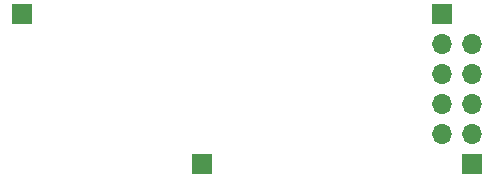
<source format=gbr>
%TF.GenerationSoftware,KiCad,Pcbnew,7.0.1*%
%TF.CreationDate,2024-02-11T20:07:17+03:00*%
%TF.ProjectId,jdy40_remote_button,6a647934-305f-4726-956d-6f74655f6275,rev?*%
%TF.SameCoordinates,Original*%
%TF.FileFunction,Soldermask,Bot*%
%TF.FilePolarity,Negative*%
%FSLAX46Y46*%
G04 Gerber Fmt 4.6, Leading zero omitted, Abs format (unit mm)*
G04 Created by KiCad (PCBNEW 7.0.1) date 2024-02-11 20:07:17*
%MOMM*%
%LPD*%
G01*
G04 APERTURE LIST*
%ADD10R,1.700000X1.700000*%
%ADD11O,1.700000X1.700000*%
G04 APERTURE END LIST*
D10*
%TO.C,J4*%
X110760000Y-71120000D03*
D11*
X110760000Y-68580000D03*
X110760000Y-66040000D03*
X110760000Y-63500000D03*
X110760000Y-60960000D03*
%TD*%
D10*
%TO.C,J2*%
X72660000Y-58420000D03*
%TD*%
%TO.C,J1*%
X87900000Y-71120000D03*
%TD*%
%TO.C,J3*%
X108220000Y-58425000D03*
D11*
X108220000Y-60965000D03*
X108220000Y-63505000D03*
X108220000Y-66045000D03*
X108220000Y-68585000D03*
%TD*%
M02*

</source>
